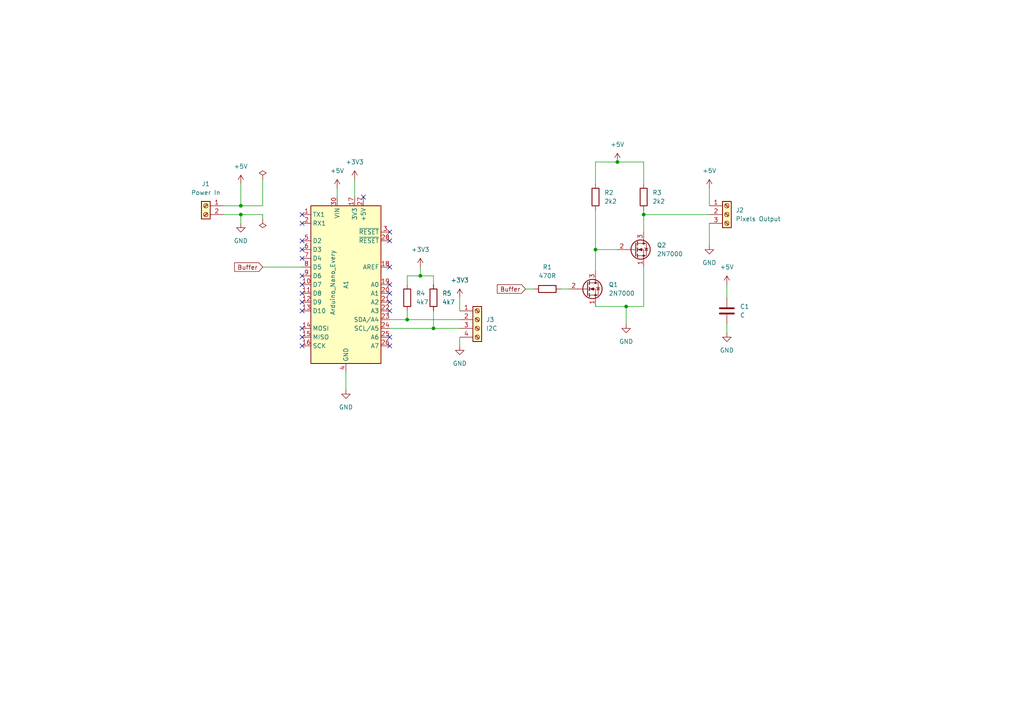
<source format=kicad_sch>
(kicad_sch (version 20211123) (generator eeschema)
  (paper "A4")
  (lib_symbols
    (symbol "Connector:Screw_Terminal_01x02" (pin_names (offset 1.016) hide)
      (property "Reference" "J" (at 0 2.54 0))
      (property "Value" "Screw_Terminal_01x02" (at 0 -5.08 0))
      (symbol "Screw_Terminal_01x02_1_1"
        (rectangle (start -1.27 1.27) (end 1.27 -3.81) (stroke (width 0.254)) (fill (type background)))
        (circle (center 0 -2.54) (radius 0.635) (stroke (width 0.1524)))
        (polyline (pts (xy -0.5334 -2.2098) (xy 0.3302 -3.048)) (stroke (width 0.1524)))
        (polyline (pts (xy -0.5334 0.3302) (xy 0.3302 -0.508)) (stroke (width 0.1524)))
        (polyline (pts (xy -0.3556 -2.032) (xy 0.508 -2.8702)) (stroke (width 0.1524)))
        (polyline (pts (xy -0.3556 0.508) (xy 0.508 -0.3302)) (stroke (width 0.1524)))
        (circle (center 0 0) (radius 0.635) (stroke (width 0.1524)))
        (pin passive line (at -5.08 0 0) (length 3.81) (name "Pin_1") (number "1"))
        (pin passive line (at -5.08 -2.54 0) (length 3.81) (name "Pin_2") (number "2"))
      )
    )
    (symbol "Connector:Screw_Terminal_01x03" (pin_names (offset 1.016) hide)
      (property "Reference" "J" (at 0 5.08 0))
      (property "Value" "Screw_Terminal_01x03" (at 0 -5.08 0))
      (symbol "Screw_Terminal_01x03_1_1"
        (rectangle (start -1.27 3.81) (end 1.27 -3.81) (stroke (width 0.254)) (fill (type background)))
        (circle (center 0 -2.54) (radius 0.635) (stroke (width 0.1524)))
        (polyline (pts (xy -0.5334 -2.2098) (xy 0.3302 -3.048)) (stroke (width 0.1524)))
        (polyline (pts (xy -0.5334 0.3302) (xy 0.3302 -0.508)) (stroke (width 0.1524)))
        (polyline (pts (xy -0.5334 2.8702) (xy 0.3302 2.032)) (stroke (width 0.1524)))
        (polyline (pts (xy -0.3556 -2.032) (xy 0.508 -2.8702)) (stroke (width 0.1524)))
        (polyline (pts (xy -0.3556 0.508) (xy 0.508 -0.3302)) (stroke (width 0.1524)))
        (polyline (pts (xy -0.3556 3.048) (xy 0.508 2.2098)) (stroke (width 0.1524)))
        (circle (center 0 0) (radius 0.635) (stroke (width 0.1524)))
        (circle (center 0 2.54) (radius 0.635) (stroke (width 0.1524)))
        (pin passive line (at -5.08 2.54 0) (length 3.81) (name "Pin_1") (number "1"))
        (pin passive line (at -5.08 0 0) (length 3.81) (name "Pin_2") (number "2"))
        (pin passive line (at -5.08 -2.54 0) (length 3.81) (name "Pin_3") (number "3"))
      )
    )
    (symbol "Connector:Screw_Terminal_01x04" (pin_names (offset 1.016) hide)
      (property "Reference" "J" (at 0 5.08 0))
      (property "Value" "Screw_Terminal_01x04" (at 0 -7.62 0))
      (symbol "Screw_Terminal_01x04_1_1"
        (rectangle (start -1.27 3.81) (end 1.27 -6.35) (stroke (width 0.254)) (fill (type background)))
        (circle (center 0 -5.08) (radius 0.635) (stroke (width 0.1524)))
        (circle (center 0 -2.54) (radius 0.635) (stroke (width 0.1524)))
        (polyline (pts (xy -0.5334 -4.7498) (xy 0.3302 -5.588)) (stroke (width 0.1524)))
        (polyline (pts (xy -0.5334 -2.2098) (xy 0.3302 -3.048)) (stroke (width 0.1524)))
        (polyline (pts (xy -0.5334 0.3302) (xy 0.3302 -0.508)) (stroke (width 0.1524)))
        (polyline (pts (xy -0.5334 2.8702) (xy 0.3302 2.032)) (stroke (width 0.1524)))
        (polyline (pts (xy -0.3556 -4.572) (xy 0.508 -5.4102)) (stroke (width 0.1524)))
        (polyline (pts (xy -0.3556 -2.032) (xy 0.508 -2.8702)) (stroke (width 0.1524)))
        (polyline (pts (xy -0.3556 0.508) (xy 0.508 -0.3302)) (stroke (width 0.1524)))
        (polyline (pts (xy -0.3556 3.048) (xy 0.508 2.2098)) (stroke (width 0.1524)))
        (circle (center 0 0) (radius 0.635) (stroke (width 0.1524)))
        (circle (center 0 2.54) (radius 0.635) (stroke (width 0.1524)))
        (pin passive line (at -5.08 2.54 0) (length 3.81) (name "Pin_1") (number "1"))
        (pin passive line (at -5.08 0 0) (length 3.81) (name "Pin_2") (number "2"))
        (pin passive line (at -5.08 -2.54 0) (length 3.81) (name "Pin_3") (number "3"))
        (pin passive line (at -5.08 -5.08 0) (length 3.81) (name "Pin_4") (number "4"))
      )
    )
    (symbol "Device:C" (pin_numbers hide) (pin_names (offset 0.254))
      (property "Reference" "C" (at 0.635 2.54 0))
      (property "Value" "C" (at 0.635 -2.54 0))
      (symbol "C_0_1"
        (polyline (pts (xy -2.032 -0.762) (xy 2.032 -0.762)) (stroke (width 0.508)))
        (polyline (pts (xy -2.032 0.762) (xy 2.032 0.762)) (stroke (width 0.508)))
      )
      (symbol "C_1_1"
        (pin passive line (at 0 3.81 270) (length 2.794) (name "~") (number "1"))
        (pin passive line (at 0 -3.81 90) (length 2.794) (name "~") (number "2"))
      )
    )
    (symbol "Device:R" (pin_numbers hide) (pin_names (offset 0))
      (property "Reference" "R" (at 2.032 0 90))
      (property "Value" "R" (at 0 0 90))
      (symbol "R_0_1"
        (rectangle (start -1.016 -2.54) (end 1.016 2.54) (stroke (width 0.254)))
      )
      (symbol "R_1_1"
        (pin passive line (at 0 3.81 270) (length 1.27) (name "~") (number "1"))
        (pin passive line (at 0 -3.81 90) (length 1.27) (name "~") (number "2"))
      )
    )
    (symbol "MCU_Module:Arduino_Nano_Every"
      (property "Reference" "A" (at -10.16 23.495 0))
      (property "Value" "Arduino_Nano_Every" (at 5.08 -24.13 0))
      (symbol "Arduino_Nano_Every_0_1"
        (rectangle (start -10.16 22.86) (end 10.16 -22.86) (stroke (width 0.254)) (fill (type background)))
      )
      (symbol "Arduino_Nano_Every_1_1"
        (pin bidirectional line (at -12.7 20.32 0) (length 2.54) (name "TX1") (number "1"))
        (pin bidirectional line (at -12.7 0 0) (length 2.54) (name "D7") (number "10"))
        (pin bidirectional line (at -12.7 -2.54 0) (length 2.54) (name "D8") (number "11"))
        (pin bidirectional line (at -12.7 -5.08 0) (length 2.54) (name "D9") (number "12"))
        (pin bidirectional line (at -12.7 -7.62 0) (length 2.54) (name "D10") (number "13"))
        (pin bidirectional line (at -12.7 -12.7 0) (length 2.54) (name "MOSI") (number "14"))
        (pin bidirectional line (at -12.7 -15.24 0) (length 2.54) (name "MISO") (number "15"))
        (pin bidirectional line (at -12.7 -17.78 0) (length 2.54) (name "SCK") (number "16"))
        (pin power_out line (at 2.54 25.4 270) (length 2.54) (name "3V3") (number "17"))
        (pin input line (at 12.7 5.08 180) (length 2.54) (name "AREF") (number "18"))
        (pin bidirectional line (at 12.7 0 180) (length 2.54) (name "A0") (number "19"))
        (pin bidirectional line (at -12.7 17.78 0) (length 2.54) (name "RX1") (number "2"))
        (pin bidirectional line (at 12.7 -2.54 180) (length 2.54) (name "A1") (number "20"))
        (pin bidirectional line (at 12.7 -5.08 180) (length 2.54) (name "A2") (number "21"))
        (pin bidirectional line (at 12.7 -7.62 180) (length 2.54) (name "A3") (number "22"))
        (pin bidirectional line (at 12.7 -10.16 180) (length 2.54) (name "SDA/A4") (number "23"))
        (pin bidirectional line (at 12.7 -12.7 180) (length 2.54) (name "SCL/A5") (number "24"))
        (pin bidirectional line (at 12.7 -15.24 180) (length 2.54) (name "A6") (number "25"))
        (pin bidirectional line (at 12.7 -17.78 180) (length 2.54) (name "A7") (number "26"))
        (pin power_out line (at 5.08 25.4 270) (length 2.54) (name "+5V") (number "27"))
        (pin input line (at 12.7 12.7 180) (length 2.54) (name "~{RESET}") (number "28"))
        (pin passive line (at 0 -25.4 90) (length 2.54) hide (name "GND") (number "29"))
        (pin input line (at 12.7 15.24 180) (length 2.54) (name "~{RESET}") (number "3"))
        (pin power_in line (at -2.54 25.4 270) (length 2.54) (name "VIN") (number "30"))
        (pin power_in line (at 0 -25.4 90) (length 2.54) (name "GND") (number "4"))
        (pin bidirectional line (at -12.7 12.7 0) (length 2.54) (name "D2") (number "5"))
        (pin bidirectional line (at -12.7 10.16 0) (length 2.54) (name "D3") (number "6"))
        (pin bidirectional line (at -12.7 7.62 0) (length 2.54) (name "D4") (number "7"))
        (pin bidirectional line (at -12.7 5.08 0) (length 2.54) (name "D5") (number "8"))
        (pin bidirectional line (at -12.7 2.54 0) (length 2.54) (name "D6") (number "9"))
      )
    )
    (symbol "Transistor_FET:2N7000" (pin_names hide)
      (property "Reference" "Q" (at 5.08 1.905 0))
      (property "Value" "2N7000" (at 5.08 0 0))
      (symbol "2N7000_0_1"
        (polyline (pts (xy 0.254 0) (xy -2.54 0)))
        (polyline (pts (xy 0.254 1.905) (xy 0.254 -1.905)) (stroke (width 0.254)))
        (polyline (pts (xy 0.762 -1.27) (xy 0.762 -2.286)) (stroke (width 0.254)))
        (polyline (pts (xy 0.762 0.508) (xy 0.762 -0.508)) (stroke (width 0.254)))
        (polyline (pts (xy 0.762 2.286) (xy 0.762 1.27)) (stroke (width 0.254)))
        (polyline (pts (xy 2.54 2.54) (xy 2.54 1.778)))
        (polyline (pts (xy 2.54 -2.54) (xy 2.54 0) (xy 0.762 0)))
        (polyline (pts (xy 0.762 -1.778) (xy 3.302 -1.778) (xy 3.302 1.778) (xy 0.762 1.778)))
        (polyline (pts (xy 1.016 0) (xy 2.032 0.381) (xy 2.032 -0.381) (xy 1.016 0)) (fill (type outline)))
        (polyline (pts (xy 2.794 0.508) (xy 2.921 0.381) (xy 3.683 0.381) (xy 3.81 0.254)))
        (polyline (pts (xy 3.302 0.381) (xy 2.921 -0.254) (xy 3.683 -0.254) (xy 3.302 0.381)))
        (circle (center 1.651 0) (radius 2.794) (stroke (width 0.254)))
        (circle (center 2.54 -1.778) (radius 0.254) (fill (type outline)))
        (circle (center 2.54 1.778) (radius 0.254) (fill (type outline)))
      )
      (symbol "2N7000_1_1"
        (pin passive line (at 2.54 -5.08 90) (length 2.54) (name "S") (number "1"))
        (pin input line (at -5.08 0 0) (length 2.54) (name "G") (number "2"))
        (pin passive line (at 2.54 5.08 270) (length 2.54) (name "D") (number "3"))
      )
    )
    (symbol "power:+3.3V" (power) (pin_names (offset 0))
      (property "Value" "+3.3V" (at 0 3.556 0))
      (symbol "+3.3V_0_1"
        (polyline (pts (xy -0.762 1.27) (xy 0 2.54)))
        (polyline (pts (xy 0 0) (xy 0 2.54)))
        (polyline (pts (xy 0 2.54) (xy 0.762 1.27)))
      )
      (symbol "+3.3V_1_1"
        (pin power_in line (at 0 0 90) (length 0) hide (name "+3V3") (number "1"))
      )
    )
    (symbol "power:+5V" (power) (pin_names (offset 0))
      (property "Value" "+5V" (at 0 3.556 0))
      (symbol "+5V_0_1"
        (polyline (pts (xy -0.762 1.27) (xy 0 2.54)))
        (polyline (pts (xy 0 0) (xy 0 2.54)))
        (polyline (pts (xy 0 2.54) (xy 0.762 1.27)))
      )
      (symbol "+5V_1_1"
        (pin power_in line (at 0 0 90) (length 0) hide (name "+5V") (number "1"))
      )
    )
    (symbol "power:GND" (power) (pin_names (offset 0))
      (property "Value" "GND" (at 0 -3.81 0))
      (symbol "GND_0_1"
        (polyline (pts (xy 0 0) (xy 0 -1.27) (xy 1.27 -1.27) (xy 0 -2.54) (xy -1.27 -1.27) (xy 0 -1.27)))
      )
      (symbol "GND_1_1"
        (pin power_in line (at 0 0 270) (length 0) hide (name "GND") (number "1"))
      )
    )
    (symbol "power:PWR_FLAG" (power) (pin_numbers hide) (pin_names (offset 0) hide)
      (property "Value" "PWR_FLAG" (at 0 3.81 0))
      (symbol "PWR_FLAG_0_0"
        (pin power_out line (at 0 0 90) (length 0) (name "pwr") (number "1"))
      )
      (symbol "PWR_FLAG_0_1"
        (polyline (pts (xy 0 0) (xy 0 1.27) (xy -1.016 1.905) (xy 0 2.54) (xy 1.016 1.905) (xy 0 1.27)))
      )
    )
  )
  (junction (at 121.92 80.01))
  (junction (at 69.85 62.23))
  (junction (at 172.72 72.39))
  (junction (at 118.11 92.71))
  (junction (at 186.69 62.23))
  (junction (at 179.07 46.99))
  (junction (at 181.61 88.9))
  (junction (at 125.73 95.25))
  (junction (at 69.85 59.69))
  (no_connect (at 113.03 100.33))
  (no_connect (at 113.03 97.79))
  (no_connect (at 113.03 90.17))
  (no_connect (at 113.03 87.63))
  (no_connect (at 113.03 85.09))
  (no_connect (at 113.03 82.55))
  (no_connect (at 113.03 77.47))
  (no_connect (at 87.63 87.63))
  (no_connect (at 87.63 90.17))
  (no_connect (at 87.63 95.25))
  (no_connect (at 87.63 97.79))
  (no_connect (at 87.63 100.33))
  (no_connect (at 87.63 85.09))
  (no_connect (at 113.03 69.85))
  (no_connect (at 113.03 67.31))
  (no_connect (at 105.41 57.15))
  (no_connect (at 87.63 64.77))
  (no_connect (at 87.63 80.01))
  (no_connect (at 87.63 82.55))
  (no_connect (at 87.63 62.23))
  (no_connect (at 87.63 69.85))
  (no_connect (at 87.63 72.39))
  (no_connect (at 87.63 74.93))
  (wire (pts (xy 205.74 54.61) (xy 205.74 59.69)))
  (wire (pts (xy 100.33 107.95) (xy 100.33 113.03)))
  (wire (pts (xy 186.69 62.23) (xy 205.74 62.23)))
  (wire (pts (xy 125.73 90.17) (xy 125.73 95.25)))
  (wire (pts (xy 118.11 92.71) (xy 133.35 92.71)))
  (wire (pts (xy 113.03 95.25) (xy 125.73 95.25)))
  (wire (pts (xy 152.4 83.82) (xy 154.94 83.82)))
  (wire (pts (xy 172.72 53.34) (xy 172.72 46.99)))
  (wire (pts (xy 102.87 52.07) (xy 102.87 57.15)))
  (wire (pts (xy 210.82 82.55) (xy 210.82 86.36)))
  (wire (pts (xy 125.73 82.55) (xy 125.73 80.01)))
  (wire (pts (xy 133.35 97.79) (xy 133.35 100.33)))
  (wire (pts (xy 125.73 95.25) (xy 133.35 95.25)))
  (wire (pts (xy 172.72 72.39) (xy 179.07 72.39)))
  (wire (pts (xy 186.69 88.9) (xy 181.61 88.9)))
  (wire (pts (xy 118.11 90.17) (xy 118.11 92.71)))
  (wire (pts (xy 118.11 82.55) (xy 118.11 80.01)))
  (wire (pts (xy 186.69 60.96) (xy 186.69 62.23)))
  (wire (pts (xy 97.79 54.61) (xy 97.79 57.15)))
  (wire (pts (xy 181.61 88.9) (xy 172.72 88.9)))
  (wire (pts (xy 69.85 62.23) (xy 69.85 64.77)))
  (wire (pts (xy 186.69 62.23) (xy 186.69 67.31)))
  (wire (pts (xy 113.03 92.71) (xy 118.11 92.71)))
  (wire (pts (xy 121.92 77.47) (xy 121.92 80.01)))
  (wire (pts (xy 186.69 77.47) (xy 186.69 88.9)))
  (wire (pts (xy 76.2 77.47) (xy 87.63 77.47)))
  (wire (pts (xy 162.56 83.82) (xy 165.1 83.82)))
  (wire (pts (xy 186.69 46.99) (xy 186.69 53.34)))
  (wire (pts (xy 76.2 52.07) (xy 76.2 59.69)))
  (wire (pts (xy 76.2 63.5) (xy 76.2 62.23)))
  (wire (pts (xy 172.72 46.99) (xy 179.07 46.99)))
  (wire (pts (xy 69.85 59.69) (xy 69.85 53.34)))
  (wire (pts (xy 205.74 64.77) (xy 205.74 71.12)))
  (wire (pts (xy 125.73 80.01) (xy 121.92 80.01)))
  (wire (pts (xy 172.72 60.96) (xy 172.72 72.39)))
  (wire (pts (xy 210.82 93.98) (xy 210.82 96.52)))
  (wire (pts (xy 181.61 93.98) (xy 181.61 88.9)))
  (wire (pts (xy 172.72 72.39) (xy 172.72 78.74)))
  (wire (pts (xy 76.2 62.23) (xy 69.85 62.23)))
  (wire (pts (xy 76.2 59.69) (xy 69.85 59.69)))
  (wire (pts (xy 64.77 59.69) (xy 69.85 59.69)))
  (wire (pts (xy 133.35 86.36) (xy 133.35 90.17)))
  (wire (pts (xy 179.07 46.99) (xy 186.69 46.99)))
  (wire (pts (xy 64.77 62.23) (xy 69.85 62.23)))
  (wire (pts (xy 118.11 80.01) (xy 121.92 80.01)))
  (global_label "Buffer" (shape input) (at 152.4 83.82 180) (property "Intersheet References" "${INTERSHEET_REFS}" (effects hide)))
  (global_label "Buffer" (shape input) (at 76.2 77.47 180) (property "Intersheet References" "${INTERSHEET_REFS}" (effects hide)))
  (symbol (lib_id "power:GND") (at 69.85 64.77 0) (unit 1)
    (property "Reference" "#PWR0112" (effects hide))
    (property "Value" "GND" (at 69.85 69.85 0))
  )
  (symbol (lib_id "power:GND") (at 133.35 100.33 0) (unit 1)
    (property "Reference" "#PWR0101" (effects hide))
    (property "Value" "GND" (at 133.35 105.41 0))
  )
  (symbol (lib_id "power:GND") (at 205.74 71.12 0) (unit 1)
    (property "Reference" "#PWR0109" (effects hide))
    (property "Value" "GND" (at 205.74 76.2 0))
  )
  (symbol (lib_id "Transistor_FET:2N7000") (at 170.18 83.82 0) (unit 1)
    (property "Reference" "Q1" (at 176.53 82.5499 0) (effects (justify left)))
    (property "Value" "2N7000" (at 176.53 85.0899 0) (effects (justify left)))
    (property "Footprint" "Package_TO_SOT_THT:TO-92L_HandSolder" (effects hide))
    (property "Datasheet" "https://www.vishay.com/docs/70226/70226.pdf" (effects hide))
  )
  (symbol (lib_id "Device:R") (at 172.72 57.15 180) (unit 1)
    (property "Reference" "R2" (at 175.26 55.8799 0) (effects (justify right)))
    (property "Value" "2k2" (at 175.26 58.4199 0) (effects (justify right)))
    (property "Footprint" "Resistor_THT:R_Axial_DIN0207_L6.3mm_D2.5mm_P10.16mm_Horizontal" (effects hide))
  )
  (symbol (lib_id "Connector:Screw_Terminal_01x02") (at 59.69 59.69 0) (mirror y) (unit 1)
    (property "Reference" "J1" (at 59.69 53.34 0))
    (property "Value" "Power In" (at 59.69 55.88 0))
    (property "Footprint" "TerminalBlock_Phoenix:TerminalBlock_Phoenix_MKDS-3-2-5.08_1x02_P5.08mm_Horizontal" (effects hide))
  )
  (symbol (lib_id "power:+5V") (at 69.85 53.34 0) (unit 1)
    (property "Reference" "#PWR0111" (effects hide))
    (property "Value" "+5V" (at 69.85 48.26 0))
  )
  (symbol (lib_id "Transistor_FET:2N7000") (at 184.15 72.39 0) (unit 1)
    (property "Reference" "Q2" (at 190.5 71.1199 0) (effects (justify left)))
    (property "Value" "2N7000" (at 190.5 73.6599 0) (effects (justify left)))
    (property "Footprint" "Package_TO_SOT_THT:TO-92L_HandSolder" (effects hide))
    (property "Datasheet" "https://www.vishay.com/docs/70226/70226.pdf" (effects hide))
  )
  (symbol (lib_id "Connector:Screw_Terminal_01x03") (at 210.82 62.23 0) (unit 1)
    (property "Reference" "J2" (at 213.36 60.9599 0) (effects (justify left)))
    (property "Value" "Pixels Output" (at 213.36 63.4999 0) (effects (justify left)))
    (property "Footprint" "TerminalBlock_Phoenix:TerminalBlock_Phoenix_MKDS-1,5-3_1x03_P5.00mm_Horizontal" (effects hide))
  )
  (symbol (lib_id "power:+5V") (at 179.07 46.99 0) (unit 1)
    (property "Reference" "#PWR0108" (effects hide))
    (property "Value" "+5V" (at 179.07 41.91 0))
  )
  (symbol (lib_id "Device:R") (at 118.11 86.36 0) (unit 1)
    (property "Reference" "R4" (at 120.65 85.0899 0) (effects (justify left)))
    (property "Value" "4k7" (at 120.65 87.6299 0) (effects (justify left)))
    (property "Footprint" "Resistor_THT:R_Axial_DIN0207_L6.3mm_D2.5mm_P10.16mm_Horizontal" (effects hide))
  )
  (symbol (lib_id "power:+5V") (at 205.74 54.61 0) (unit 1)
    (property "Reference" "#PWR0110" (effects hide))
    (property "Value" "+5V" (at 205.74 49.53 0))
  )
  (symbol (lib_id "Device:R") (at 186.69 57.15 180) (unit 1)
    (property "Reference" "R3" (at 189.23 55.8799 0) (effects (justify right)))
    (property "Value" "2k2" (at 189.23 58.4199 0) (effects (justify right)))
    (property "Footprint" "Resistor_THT:R_Axial_DIN0207_L6.3mm_D2.5mm_P10.16mm_Horizontal" (effects hide))
  )
  (symbol (lib_id "power:+3.3V") (at 121.92 77.47 0) (unit 1)
    (property "Reference" "#PWR0103" (effects hide))
    (property "Value" "+3.3V" (at 121.92 72.39 0))
  )
  (symbol (lib_id "power:GND") (at 100.33 113.03 0) (unit 1)
    (property "Reference" "#PWR0102" (effects hide))
    (property "Value" "GND" (at 100.33 118.11 0))
  )
  (symbol (lib_id "power:GND") (at 210.82 96.52 0) (unit 1)
    (property "Reference" "#PWR0107" (effects hide))
    (property "Value" "GND" (at 210.82 101.6 0))
  )
  (symbol (lib_id "power:GND") (at 181.61 93.98 0) (unit 1)
    (property "Reference" "#PWR0105" (effects hide))
    (property "Value" "GND" (at 181.61 99.06 0))
  )
  (symbol (lib_id "Device:R") (at 125.73 86.36 0) (unit 1)
    (property "Reference" "R5" (at 128.27 85.0899 0) (effects (justify left)))
    (property "Value" "4k7" (at 128.27 87.6299 0) (effects (justify left)))
    (property "Footprint" "Resistor_THT:R_Axial_DIN0207_L6.3mm_D2.5mm_P10.16mm_Horizontal" (effects hide))
  )
  (symbol (lib_id "power:+5V") (at 97.79 54.61 0) (unit 1)
    (property "Reference" "#PWR0113" (effects hide))
    (property "Value" "+5V" (at 97.79 49.53 0))
  )
  (symbol (lib_id "Device:C") (at 210.82 90.17 0) (unit 1)
    (property "Reference" "C1" (at 214.63 88.8999 0) (effects (justify left)))
    (property "Value" "C" (at 214.63 91.4399 0) (effects (justify left)))
    (property "Footprint" "Capacitor_THT:C_Radial_D10.0mm_H20.0mm_P5.00mm" (effects hide))
  )
  (symbol (lib_id "Device:R") (at 158.75 83.82 270) (unit 1)
    (property "Reference" "R1" (at 158.75 77.47 90))
    (property "Value" "470R" (at 158.75 80.01 90))
    (property "Footprint" "Resistor_THT:R_Axial_DIN0207_L6.3mm_D2.5mm_P10.16mm_Horizontal" (effects hide))
  )
  (symbol (lib_id "power:+3.3V") (at 133.35 86.36 0) (unit 1)
    (property "Reference" "#PWR0104" (effects hide))
    (property "Value" "+3.3V" (at 133.35 81.28 0))
  )
  (symbol (lib_id "power:+3.3V") (at 102.87 52.07 0) (unit 1)
    (property "Reference" "#PWR0114" (effects hide))
    (property "Value" "+3.3V" (at 102.87 46.99 0))
  )
  (symbol (lib_id "MCU_Module:Arduino_Nano_Every") (at 100.33 82.55 0) (unit 1)
    (property "Reference" "A1" (at 100.33 83.82 90) (effects (justify left)))
    (property "Value" "Arduino_Nano_Every" (at 96.52 91.44 90) (effects (justify left)))
    (property "Footprint" "Module:Arduino_Nano" (effects hide))
    (property "Datasheet" "https://content.arduino.cc/assets/NANOEveryV3.0_sch.pdf" (effects hide))
  )
  (symbol (lib_id "power:PWR_FLAG") (at 76.2 52.07 0) (unit 1)
    (property "Reference" "#FLG0101" (effects hide))
    (property "Value" "PWR_FLAG" (effects hide))
  )
  (symbol (lib_id "Connector:Screw_Terminal_01x04") (at 138.43 92.71 0) (unit 1)
    (property "Reference" "J3" (at 140.97 92.7099 0) (effects (justify left)))
    (property "Value" "I2C" (at 140.97 95.2499 0) (effects (justify left)))
    (property "Footprint" "TerminalBlock_Phoenix:TerminalBlock_Phoenix_PT-1,5-4-5.0-H_1x04_P5.00mm_Horizontal" (effects hide))
  )
  (symbol (lib_id "power:PWR_FLAG") (at 76.2 63.5 0) (mirror x) (unit 1)
    (property "Reference" "#FLG0102" (effects hide))
    (property "Value" "PWR_FLAG" (effects hide))
  )
  (symbol (lib_id "power:+5V") (at 210.82 82.55 0) (unit 1)
    (property "Reference" "#PWR0106" (effects hide))
    (property "Value" "+5V" (at 210.82 77.47 0))
  )
)
</source>
